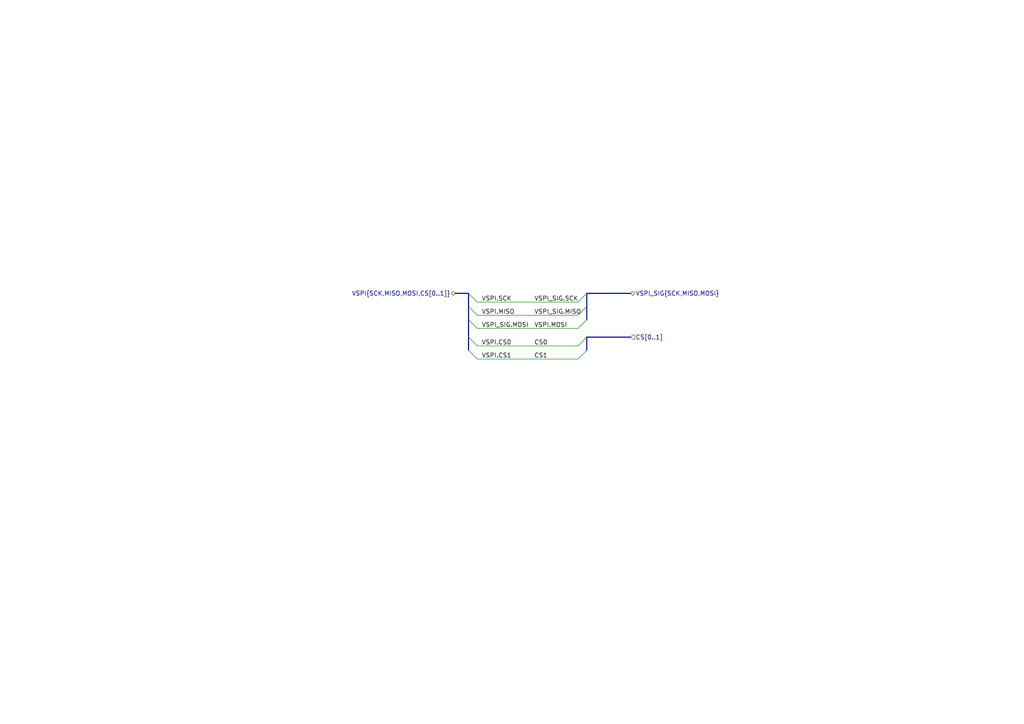
<source format=kicad_sch>
(kicad_sch
	(version 20250114)
	(generator "eeschema")
	(generator_version "9.0")
	(uuid "9c1e78dd-e1d0-491a-912d-5fd97e48b811")
	(paper "A4")
	(lib_symbols)
	(bus_entry
		(at 170.18 85.09)
		(size -2.54 2.54)
		(stroke
			(width 0)
			(type default)
		)
		(uuid "3e6f2af6-37ca-4af3-bb5c-1ea74056e167")
	)
	(bus_entry
		(at 170.18 97.79)
		(size -2.54 2.54)
		(stroke
			(width 0)
			(type default)
		)
		(uuid "496b5e45-cc83-4dd8-a25c-f0c6d6784e64")
	)
	(bus_entry
		(at 170.18 88.9)
		(size -2.54 2.54)
		(stroke
			(width 0)
			(type default)
		)
		(uuid "4e724961-1b5f-4909-a3f9-d900fccdeec5")
	)
	(bus_entry
		(at 170.18 92.71)
		(size -2.54 2.54)
		(stroke
			(width 0)
			(type default)
		)
		(uuid "5bae0939-0cc5-408a-a539-3d3c627e0004")
	)
	(bus_entry
		(at 135.89 101.6)
		(size 2.54 2.54)
		(stroke
			(width 0)
			(type default)
		)
		(uuid "6e64e0c9-0f89-465c-861e-bb8293bbcf16")
	)
	(bus_entry
		(at 135.89 85.09)
		(size 2.54 2.54)
		(stroke
			(width 0)
			(type default)
		)
		(uuid "8a765475-9951-47fd-a7b5-c39bc3982d5b")
	)
	(bus_entry
		(at 170.18 101.6)
		(size -2.54 2.54)
		(stroke
			(width 0)
			(type default)
		)
		(uuid "8d990ab4-036c-4323-b12e-73c4a55a6f3f")
	)
	(bus_entry
		(at 135.89 88.9)
		(size 2.54 2.54)
		(stroke
			(width 0)
			(type default)
		)
		(uuid "a67d5cae-3946-44db-ab84-66d17c16d3cb")
	)
	(bus_entry
		(at 135.89 92.71)
		(size 2.54 2.54)
		(stroke
			(width 0)
			(type default)
		)
		(uuid "b7dc7455-d374-4023-b304-0bf9ab3f4ef5")
	)
	(bus_entry
		(at 135.89 97.79)
		(size 2.54 2.54)
		(stroke
			(width 0)
			(type default)
		)
		(uuid "cc412740-ac6a-4993-9313-47c6432c6faf")
	)
	(wire
		(pts
			(xy 138.43 91.44) (xy 167.64 91.44)
		)
		(stroke
			(width 0)
			(type default)
		)
		(uuid "29f2eb79-1ff8-4ea3-8136-ab6c6259701b")
	)
	(bus
		(pts
			(xy 170.18 88.9) (xy 170.18 92.71)
		)
		(stroke
			(width 0)
			(type default)
		)
		(uuid "41dcf97d-6cd0-49ae-9672-5f7648303b89")
	)
	(bus
		(pts
			(xy 170.18 85.09) (xy 170.18 88.9)
		)
		(stroke
			(width 0)
			(type default)
		)
		(uuid "44c01953-7c5c-4942-a51c-f5c01587ebc4")
	)
	(wire
		(pts
			(xy 138.43 95.25) (xy 167.64 95.25)
		)
		(stroke
			(width 0)
			(type default)
		)
		(uuid "46543e03-e084-4a1f-ade3-9deb8095ad64")
	)
	(wire
		(pts
			(xy 138.43 100.33) (xy 167.64 100.33)
		)
		(stroke
			(width 0)
			(type default)
		)
		(uuid "523f9e52-111e-4148-9b8f-1c74808f5523")
	)
	(bus
		(pts
			(xy 132.08 85.09) (xy 135.89 85.09)
		)
		(stroke
			(width 0)
			(type default)
		)
		(uuid "5b73e824-99a3-4e22-8042-0a2fe573ee3c")
	)
	(bus
		(pts
			(xy 135.89 97.79) (xy 135.89 101.6)
		)
		(stroke
			(width 0)
			(type default)
		)
		(uuid "61ab132b-4fa8-4363-912b-f54462f335ab")
	)
	(bus
		(pts
			(xy 135.89 88.9) (xy 135.89 92.71)
		)
		(stroke
			(width 0)
			(type default)
		)
		(uuid "6c55cf0f-ce18-46e0-9226-1aa28baf987d")
	)
	(bus
		(pts
			(xy 182.88 97.79) (xy 170.18 97.79)
		)
		(stroke
			(width 0)
			(type default)
		)
		(uuid "8085924e-3e3c-4359-9954-dc420d7b32c0")
	)
	(wire
		(pts
			(xy 138.43 87.63) (xy 167.64 87.63)
		)
		(stroke
			(width 0)
			(type default)
		)
		(uuid "9c03563d-f32a-439a-81ca-55aa3d630530")
	)
	(bus
		(pts
			(xy 135.89 85.09) (xy 135.89 88.9)
		)
		(stroke
			(width 0)
			(type default)
		)
		(uuid "a69c658c-7723-4070-922c-8269c2775791")
	)
	(bus
		(pts
			(xy 135.89 92.71) (xy 135.89 97.79)
		)
		(stroke
			(width 0)
			(type default)
		)
		(uuid "b557cc9c-ab8d-4b16-bcdd-95152a887a5f")
	)
	(bus
		(pts
			(xy 170.18 97.79) (xy 170.18 101.6)
		)
		(stroke
			(width 0)
			(type default)
		)
		(uuid "ce0f040a-1c0b-4f61-97ac-92ad3e3a97fa")
	)
	(wire
		(pts
			(xy 138.43 104.14) (xy 167.64 104.14)
		)
		(stroke
			(width 0)
			(type default)
		)
		(uuid "d2323aeb-4819-4035-a7ef-3270047bf3c3")
	)
	(bus
		(pts
			(xy 182.88 85.09) (xy 170.18 85.09)
		)
		(stroke
			(width 0)
			(type default)
		)
		(uuid "f4d9d791-5e5d-48b6-9b90-2921d0466303")
	)
	(label "VSPI.MISO"
		(at 139.7 91.44 0)
		(effects
			(font
				(size 1.27 1.27)
			)
			(justify left bottom)
		)
		(uuid "09d80a62-d687-4508-b83a-45fb18d0de51")
	)
	(label "VSPI.CS0"
		(at 139.7 100.33 0)
		(effects
			(font
				(size 1.27 1.27)
			)
			(justify left bottom)
		)
		(uuid "21055a95-1ab4-4def-a116-be58f3aaf7d7")
	)
	(label "CS1"
		(at 154.94 104.14 0)
		(effects
			(font
				(size 1.27 1.27)
			)
			(justify left bottom)
		)
		(uuid "3642e7df-0ec7-4ff6-accb-7490396dcbab")
	)
	(label "VSPI.SCK"
		(at 139.7 87.63 0)
		(effects
			(font
				(size 1.27 1.27)
			)
			(justify left bottom)
		)
		(uuid "43183eeb-b336-43f8-8a1a-579613c16ba1")
	)
	(label "CS0"
		(at 154.94 100.33 0)
		(effects
			(font
				(size 1.27 1.27)
			)
			(justify left bottom)
		)
		(uuid "7eaa2fa4-2888-4e9e-8ca7-e2db500fb5f1")
	)
	(label "VSPI_SIG.SCK"
		(at 154.94 87.63 0)
		(effects
			(font
				(size 1.27 1.27)
			)
			(justify left bottom)
		)
		(uuid "968c6c4f-3a14-45fc-a059-adc2c74d7f2b")
	)
	(label "VSPI_SIG.MOSI"
		(at 139.7 95.25 0)
		(effects
			(font
				(size 1.27 1.27)
			)
			(justify left bottom)
		)
		(uuid "be44194f-73ab-4196-8754-4460415c2f8d")
	)
	(label "VSPI_SIG.MISO"
		(at 154.94 91.44 0)
		(effects
			(font
				(size 1.27 1.27)
			)
			(justify left bottom)
		)
		(uuid "c09d27ea-79c3-4e4c-8741-b8b849622af8")
	)
	(label "VSPI.MOSI"
		(at 154.94 95.25 0)
		(effects
			(font
				(size 1.27 1.27)
			)
			(justify left bottom)
		)
		(uuid "c362a8b8-366f-445c-921a-3d327da24c97")
	)
	(label "VSPI.CS1"
		(at 139.7 104.14 0)
		(effects
			(font
				(size 1.27 1.27)
			)
			(justify left bottom)
		)
		(uuid "cbd602f9-43f7-418d-9f4a-e1db0e815165")
	)
	(hierarchical_label "VSPI_SIG{SCK,MISO,MOSI}"
		(shape bidirectional)
		(at 182.88 85.09 0)
		(effects
			(font
				(size 1.27 1.27)
			)
			(justify left)
		)
		(uuid "23721197-50c1-4409-98c3-8de1b3eef6b1")
	)
	(hierarchical_label "VSPI{SCK,MISO,MOSI,CS[0..1]}"
		(shape bidirectional)
		(at 132.08 85.09 180)
		(effects
			(font
				(size 1.27 1.27)
			)
			(justify right)
		)
		(uuid "5ed7c573-9269-417c-8a9d-c06aedf0fd9d")
	)
	(hierarchical_label "CS[0..1]"
		(shape input)
		(at 182.88 97.79 0)
		(effects
			(font
				(size 1.27 1.27)
			)
			(justify left)
		)
		(uuid "def6d513-a46b-40c5-8478-4500e3dce212")
	)
)

</source>
